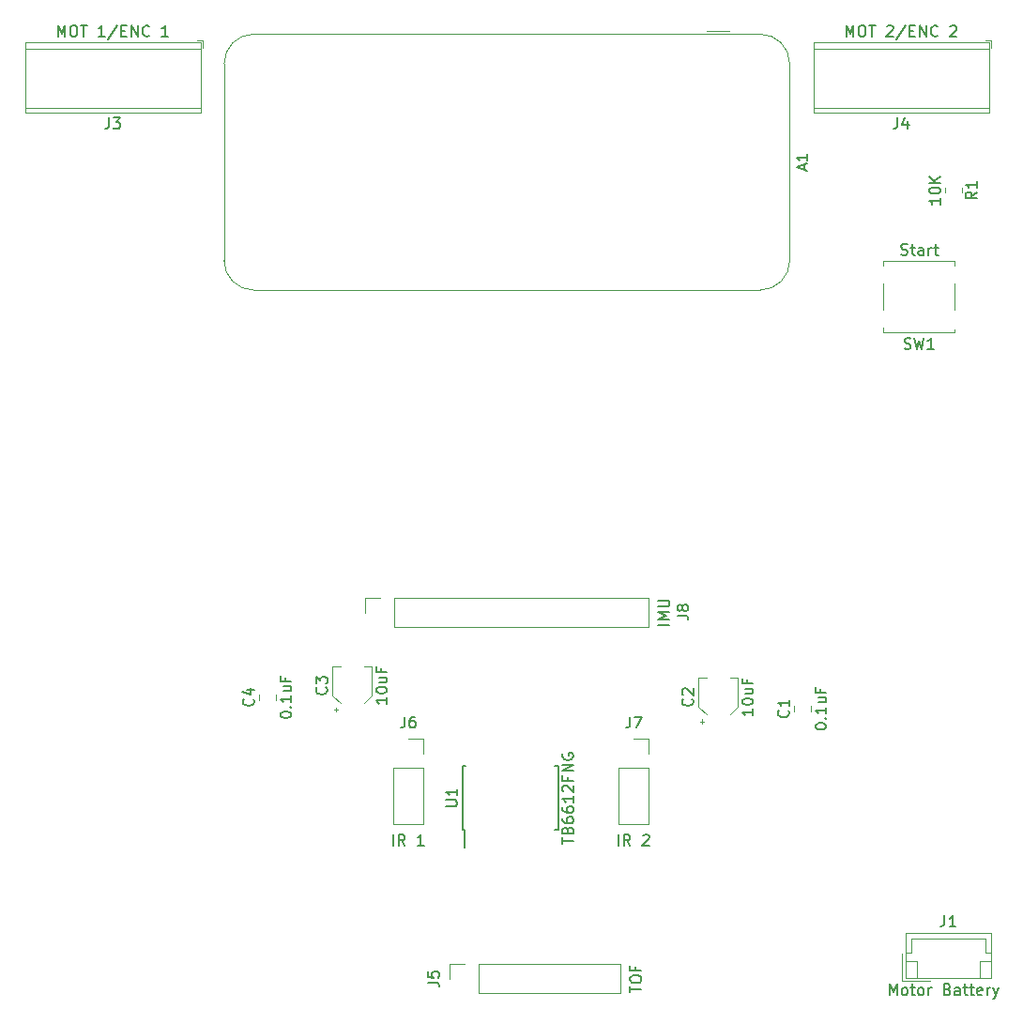
<source format=gbr>
%TF.GenerationSoftware,KiCad,Pcbnew,7.0.7*%
%TF.CreationDate,2023-11-09T14:18:26-08:00*%
%TF.ProjectId,Micro_Mouse,4d696372-6f5f-44d6-9f75-73652e6b6963,rev?*%
%TF.SameCoordinates,Original*%
%TF.FileFunction,Legend,Top*%
%TF.FilePolarity,Positive*%
%FSLAX46Y46*%
G04 Gerber Fmt 4.6, Leading zero omitted, Abs format (unit mm)*
G04 Created by KiCad (PCBNEW 7.0.7) date 2023-11-09 14:18:26*
%MOMM*%
%LPD*%
G01*
G04 APERTURE LIST*
%ADD10C,0.150000*%
%ADD11C,0.120000*%
G04 APERTURE END LIST*
D10*
X188896666Y-59494819D02*
X188896666Y-60209104D01*
X188896666Y-60209104D02*
X188849047Y-60351961D01*
X188849047Y-60351961D02*
X188753809Y-60447200D01*
X188753809Y-60447200D02*
X188610952Y-60494819D01*
X188610952Y-60494819D02*
X188515714Y-60494819D01*
X189801428Y-59828152D02*
X189801428Y-60494819D01*
X189563333Y-59447200D02*
X189325238Y-60161485D01*
X189325238Y-60161485D02*
X189944285Y-60161485D01*
X184277619Y-52174819D02*
X184277619Y-51174819D01*
X184277619Y-51174819D02*
X184610952Y-51889104D01*
X184610952Y-51889104D02*
X184944285Y-51174819D01*
X184944285Y-51174819D02*
X184944285Y-52174819D01*
X185610952Y-51174819D02*
X185801428Y-51174819D01*
X185801428Y-51174819D02*
X185896666Y-51222438D01*
X185896666Y-51222438D02*
X185991904Y-51317676D01*
X185991904Y-51317676D02*
X186039523Y-51508152D01*
X186039523Y-51508152D02*
X186039523Y-51841485D01*
X186039523Y-51841485D02*
X185991904Y-52031961D01*
X185991904Y-52031961D02*
X185896666Y-52127200D01*
X185896666Y-52127200D02*
X185801428Y-52174819D01*
X185801428Y-52174819D02*
X185610952Y-52174819D01*
X185610952Y-52174819D02*
X185515714Y-52127200D01*
X185515714Y-52127200D02*
X185420476Y-52031961D01*
X185420476Y-52031961D02*
X185372857Y-51841485D01*
X185372857Y-51841485D02*
X185372857Y-51508152D01*
X185372857Y-51508152D02*
X185420476Y-51317676D01*
X185420476Y-51317676D02*
X185515714Y-51222438D01*
X185515714Y-51222438D02*
X185610952Y-51174819D01*
X186325238Y-51174819D02*
X186896666Y-51174819D01*
X186610952Y-52174819D02*
X186610952Y-51174819D01*
X187944286Y-51270057D02*
X187991905Y-51222438D01*
X187991905Y-51222438D02*
X188087143Y-51174819D01*
X188087143Y-51174819D02*
X188325238Y-51174819D01*
X188325238Y-51174819D02*
X188420476Y-51222438D01*
X188420476Y-51222438D02*
X188468095Y-51270057D01*
X188468095Y-51270057D02*
X188515714Y-51365295D01*
X188515714Y-51365295D02*
X188515714Y-51460533D01*
X188515714Y-51460533D02*
X188468095Y-51603390D01*
X188468095Y-51603390D02*
X187896667Y-52174819D01*
X187896667Y-52174819D02*
X188515714Y-52174819D01*
X189658571Y-51127200D02*
X188801429Y-52412914D01*
X189991905Y-51651009D02*
X190325238Y-51651009D01*
X190468095Y-52174819D02*
X189991905Y-52174819D01*
X189991905Y-52174819D02*
X189991905Y-51174819D01*
X189991905Y-51174819D02*
X190468095Y-51174819D01*
X190896667Y-52174819D02*
X190896667Y-51174819D01*
X190896667Y-51174819D02*
X191468095Y-52174819D01*
X191468095Y-52174819D02*
X191468095Y-51174819D01*
X192515714Y-52079580D02*
X192468095Y-52127200D01*
X192468095Y-52127200D02*
X192325238Y-52174819D01*
X192325238Y-52174819D02*
X192230000Y-52174819D01*
X192230000Y-52174819D02*
X192087143Y-52127200D01*
X192087143Y-52127200D02*
X191991905Y-52031961D01*
X191991905Y-52031961D02*
X191944286Y-51936723D01*
X191944286Y-51936723D02*
X191896667Y-51746247D01*
X191896667Y-51746247D02*
X191896667Y-51603390D01*
X191896667Y-51603390D02*
X191944286Y-51412914D01*
X191944286Y-51412914D02*
X191991905Y-51317676D01*
X191991905Y-51317676D02*
X192087143Y-51222438D01*
X192087143Y-51222438D02*
X192230000Y-51174819D01*
X192230000Y-51174819D02*
X192325238Y-51174819D01*
X192325238Y-51174819D02*
X192468095Y-51222438D01*
X192468095Y-51222438D02*
X192515714Y-51270057D01*
X193658572Y-51270057D02*
X193706191Y-51222438D01*
X193706191Y-51222438D02*
X193801429Y-51174819D01*
X193801429Y-51174819D02*
X194039524Y-51174819D01*
X194039524Y-51174819D02*
X194134762Y-51222438D01*
X194134762Y-51222438D02*
X194182381Y-51270057D01*
X194182381Y-51270057D02*
X194230000Y-51365295D01*
X194230000Y-51365295D02*
X194230000Y-51460533D01*
X194230000Y-51460533D02*
X194182381Y-51603390D01*
X194182381Y-51603390D02*
X193610953Y-52174819D01*
X193610953Y-52174819D02*
X194230000Y-52174819D01*
X180509104Y-64214285D02*
X180509104Y-63738095D01*
X180794819Y-64309523D02*
X179794819Y-63976190D01*
X179794819Y-63976190D02*
X180794819Y-63642857D01*
X180794819Y-62785714D02*
X180794819Y-63357142D01*
X180794819Y-63071428D02*
X179794819Y-63071428D01*
X179794819Y-63071428D02*
X179937676Y-63166666D01*
X179937676Y-63166666D02*
X180032914Y-63261904D01*
X180032914Y-63261904D02*
X180080533Y-63357142D01*
X144446666Y-113524819D02*
X144446666Y-114239104D01*
X144446666Y-114239104D02*
X144399047Y-114381961D01*
X144399047Y-114381961D02*
X144303809Y-114477200D01*
X144303809Y-114477200D02*
X144160952Y-114524819D01*
X144160952Y-114524819D02*
X144065714Y-114524819D01*
X145351428Y-113524819D02*
X145160952Y-113524819D01*
X145160952Y-113524819D02*
X145065714Y-113572438D01*
X145065714Y-113572438D02*
X145018095Y-113620057D01*
X145018095Y-113620057D02*
X144922857Y-113762914D01*
X144922857Y-113762914D02*
X144875238Y-113953390D01*
X144875238Y-113953390D02*
X144875238Y-114334342D01*
X144875238Y-114334342D02*
X144922857Y-114429580D01*
X144922857Y-114429580D02*
X144970476Y-114477200D01*
X144970476Y-114477200D02*
X145065714Y-114524819D01*
X145065714Y-114524819D02*
X145256190Y-114524819D01*
X145256190Y-114524819D02*
X145351428Y-114477200D01*
X145351428Y-114477200D02*
X145399047Y-114429580D01*
X145399047Y-114429580D02*
X145446666Y-114334342D01*
X145446666Y-114334342D02*
X145446666Y-114096247D01*
X145446666Y-114096247D02*
X145399047Y-114001009D01*
X145399047Y-114001009D02*
X145351428Y-113953390D01*
X145351428Y-113953390D02*
X145256190Y-113905771D01*
X145256190Y-113905771D02*
X145065714Y-113905771D01*
X145065714Y-113905771D02*
X144970476Y-113953390D01*
X144970476Y-113953390D02*
X144922857Y-114001009D01*
X144922857Y-114001009D02*
X144875238Y-114096247D01*
X143422857Y-125144819D02*
X143422857Y-124144819D01*
X144470475Y-125144819D02*
X144137142Y-124668628D01*
X143899047Y-125144819D02*
X143899047Y-124144819D01*
X143899047Y-124144819D02*
X144279999Y-124144819D01*
X144279999Y-124144819D02*
X144375237Y-124192438D01*
X144375237Y-124192438D02*
X144422856Y-124240057D01*
X144422856Y-124240057D02*
X144470475Y-124335295D01*
X144470475Y-124335295D02*
X144470475Y-124478152D01*
X144470475Y-124478152D02*
X144422856Y-124573390D01*
X144422856Y-124573390D02*
X144375237Y-124621009D01*
X144375237Y-124621009D02*
X144279999Y-124668628D01*
X144279999Y-124668628D02*
X143899047Y-124668628D01*
X146184761Y-125144819D02*
X145613333Y-125144819D01*
X145899047Y-125144819D02*
X145899047Y-124144819D01*
X145899047Y-124144819D02*
X145803809Y-124287676D01*
X145803809Y-124287676D02*
X145708571Y-124382914D01*
X145708571Y-124382914D02*
X145613333Y-124430533D01*
X130759580Y-111926666D02*
X130807200Y-111974285D01*
X130807200Y-111974285D02*
X130854819Y-112117142D01*
X130854819Y-112117142D02*
X130854819Y-112212380D01*
X130854819Y-112212380D02*
X130807200Y-112355237D01*
X130807200Y-112355237D02*
X130711961Y-112450475D01*
X130711961Y-112450475D02*
X130616723Y-112498094D01*
X130616723Y-112498094D02*
X130426247Y-112545713D01*
X130426247Y-112545713D02*
X130283390Y-112545713D01*
X130283390Y-112545713D02*
X130092914Y-112498094D01*
X130092914Y-112498094D02*
X129997676Y-112450475D01*
X129997676Y-112450475D02*
X129902438Y-112355237D01*
X129902438Y-112355237D02*
X129854819Y-112212380D01*
X129854819Y-112212380D02*
X129854819Y-112117142D01*
X129854819Y-112117142D02*
X129902438Y-111974285D01*
X129902438Y-111974285D02*
X129950057Y-111926666D01*
X130188152Y-111069523D02*
X130854819Y-111069523D01*
X129807200Y-111307618D02*
X130521485Y-111545713D01*
X130521485Y-111545713D02*
X130521485Y-110926666D01*
X133214819Y-113402856D02*
X133214819Y-113307618D01*
X133214819Y-113307618D02*
X133262438Y-113212380D01*
X133262438Y-113212380D02*
X133310057Y-113164761D01*
X133310057Y-113164761D02*
X133405295Y-113117142D01*
X133405295Y-113117142D02*
X133595771Y-113069523D01*
X133595771Y-113069523D02*
X133833866Y-113069523D01*
X133833866Y-113069523D02*
X134024342Y-113117142D01*
X134024342Y-113117142D02*
X134119580Y-113164761D01*
X134119580Y-113164761D02*
X134167200Y-113212380D01*
X134167200Y-113212380D02*
X134214819Y-113307618D01*
X134214819Y-113307618D02*
X134214819Y-113402856D01*
X134214819Y-113402856D02*
X134167200Y-113498094D01*
X134167200Y-113498094D02*
X134119580Y-113545713D01*
X134119580Y-113545713D02*
X134024342Y-113593332D01*
X134024342Y-113593332D02*
X133833866Y-113640951D01*
X133833866Y-113640951D02*
X133595771Y-113640951D01*
X133595771Y-113640951D02*
X133405295Y-113593332D01*
X133405295Y-113593332D02*
X133310057Y-113545713D01*
X133310057Y-113545713D02*
X133262438Y-113498094D01*
X133262438Y-113498094D02*
X133214819Y-113402856D01*
X134119580Y-112640951D02*
X134167200Y-112593332D01*
X134167200Y-112593332D02*
X134214819Y-112640951D01*
X134214819Y-112640951D02*
X134167200Y-112688570D01*
X134167200Y-112688570D02*
X134119580Y-112640951D01*
X134119580Y-112640951D02*
X134214819Y-112640951D01*
X134214819Y-111640952D02*
X134214819Y-112212380D01*
X134214819Y-111926666D02*
X133214819Y-111926666D01*
X133214819Y-111926666D02*
X133357676Y-112021904D01*
X133357676Y-112021904D02*
X133452914Y-112117142D01*
X133452914Y-112117142D02*
X133500533Y-112212380D01*
X133548152Y-110783809D02*
X134214819Y-110783809D01*
X133548152Y-111212380D02*
X134071961Y-111212380D01*
X134071961Y-111212380D02*
X134167200Y-111164761D01*
X134167200Y-111164761D02*
X134214819Y-111069523D01*
X134214819Y-111069523D02*
X134214819Y-110926666D01*
X134214819Y-110926666D02*
X134167200Y-110831428D01*
X134167200Y-110831428D02*
X134119580Y-110783809D01*
X133691009Y-109974285D02*
X133691009Y-110307618D01*
X134214819Y-110307618D02*
X133214819Y-110307618D01*
X133214819Y-110307618D02*
X133214819Y-109831428D01*
X117776666Y-59494819D02*
X117776666Y-60209104D01*
X117776666Y-60209104D02*
X117729047Y-60351961D01*
X117729047Y-60351961D02*
X117633809Y-60447200D01*
X117633809Y-60447200D02*
X117490952Y-60494819D01*
X117490952Y-60494819D02*
X117395714Y-60494819D01*
X118157619Y-59494819D02*
X118776666Y-59494819D01*
X118776666Y-59494819D02*
X118443333Y-59875771D01*
X118443333Y-59875771D02*
X118586190Y-59875771D01*
X118586190Y-59875771D02*
X118681428Y-59923390D01*
X118681428Y-59923390D02*
X118729047Y-59971009D01*
X118729047Y-59971009D02*
X118776666Y-60066247D01*
X118776666Y-60066247D02*
X118776666Y-60304342D01*
X118776666Y-60304342D02*
X118729047Y-60399580D01*
X118729047Y-60399580D02*
X118681428Y-60447200D01*
X118681428Y-60447200D02*
X118586190Y-60494819D01*
X118586190Y-60494819D02*
X118300476Y-60494819D01*
X118300476Y-60494819D02*
X118205238Y-60447200D01*
X118205238Y-60447200D02*
X118157619Y-60399580D01*
X113157619Y-52174819D02*
X113157619Y-51174819D01*
X113157619Y-51174819D02*
X113490952Y-51889104D01*
X113490952Y-51889104D02*
X113824285Y-51174819D01*
X113824285Y-51174819D02*
X113824285Y-52174819D01*
X114490952Y-51174819D02*
X114681428Y-51174819D01*
X114681428Y-51174819D02*
X114776666Y-51222438D01*
X114776666Y-51222438D02*
X114871904Y-51317676D01*
X114871904Y-51317676D02*
X114919523Y-51508152D01*
X114919523Y-51508152D02*
X114919523Y-51841485D01*
X114919523Y-51841485D02*
X114871904Y-52031961D01*
X114871904Y-52031961D02*
X114776666Y-52127200D01*
X114776666Y-52127200D02*
X114681428Y-52174819D01*
X114681428Y-52174819D02*
X114490952Y-52174819D01*
X114490952Y-52174819D02*
X114395714Y-52127200D01*
X114395714Y-52127200D02*
X114300476Y-52031961D01*
X114300476Y-52031961D02*
X114252857Y-51841485D01*
X114252857Y-51841485D02*
X114252857Y-51508152D01*
X114252857Y-51508152D02*
X114300476Y-51317676D01*
X114300476Y-51317676D02*
X114395714Y-51222438D01*
X114395714Y-51222438D02*
X114490952Y-51174819D01*
X115205238Y-51174819D02*
X115776666Y-51174819D01*
X115490952Y-52174819D02*
X115490952Y-51174819D01*
X117395714Y-52174819D02*
X116824286Y-52174819D01*
X117110000Y-52174819D02*
X117110000Y-51174819D01*
X117110000Y-51174819D02*
X117014762Y-51317676D01*
X117014762Y-51317676D02*
X116919524Y-51412914D01*
X116919524Y-51412914D02*
X116824286Y-51460533D01*
X118538571Y-51127200D02*
X117681429Y-52412914D01*
X118871905Y-51651009D02*
X119205238Y-51651009D01*
X119348095Y-52174819D02*
X118871905Y-52174819D01*
X118871905Y-52174819D02*
X118871905Y-51174819D01*
X118871905Y-51174819D02*
X119348095Y-51174819D01*
X119776667Y-52174819D02*
X119776667Y-51174819D01*
X119776667Y-51174819D02*
X120348095Y-52174819D01*
X120348095Y-52174819D02*
X120348095Y-51174819D01*
X121395714Y-52079580D02*
X121348095Y-52127200D01*
X121348095Y-52127200D02*
X121205238Y-52174819D01*
X121205238Y-52174819D02*
X121110000Y-52174819D01*
X121110000Y-52174819D02*
X120967143Y-52127200D01*
X120967143Y-52127200D02*
X120871905Y-52031961D01*
X120871905Y-52031961D02*
X120824286Y-51936723D01*
X120824286Y-51936723D02*
X120776667Y-51746247D01*
X120776667Y-51746247D02*
X120776667Y-51603390D01*
X120776667Y-51603390D02*
X120824286Y-51412914D01*
X120824286Y-51412914D02*
X120871905Y-51317676D01*
X120871905Y-51317676D02*
X120967143Y-51222438D01*
X120967143Y-51222438D02*
X121110000Y-51174819D01*
X121110000Y-51174819D02*
X121205238Y-51174819D01*
X121205238Y-51174819D02*
X121348095Y-51222438D01*
X121348095Y-51222438D02*
X121395714Y-51270057D01*
X123110000Y-52174819D02*
X122538572Y-52174819D01*
X122824286Y-52174819D02*
X122824286Y-51174819D01*
X122824286Y-51174819D02*
X122729048Y-51317676D01*
X122729048Y-51317676D02*
X122633810Y-51412914D01*
X122633810Y-51412914D02*
X122538572Y-51460533D01*
X170379580Y-111926666D02*
X170427200Y-111974285D01*
X170427200Y-111974285D02*
X170474819Y-112117142D01*
X170474819Y-112117142D02*
X170474819Y-112212380D01*
X170474819Y-112212380D02*
X170427200Y-112355237D01*
X170427200Y-112355237D02*
X170331961Y-112450475D01*
X170331961Y-112450475D02*
X170236723Y-112498094D01*
X170236723Y-112498094D02*
X170046247Y-112545713D01*
X170046247Y-112545713D02*
X169903390Y-112545713D01*
X169903390Y-112545713D02*
X169712914Y-112498094D01*
X169712914Y-112498094D02*
X169617676Y-112450475D01*
X169617676Y-112450475D02*
X169522438Y-112355237D01*
X169522438Y-112355237D02*
X169474819Y-112212380D01*
X169474819Y-112212380D02*
X169474819Y-112117142D01*
X169474819Y-112117142D02*
X169522438Y-111974285D01*
X169522438Y-111974285D02*
X169570057Y-111926666D01*
X169570057Y-111545713D02*
X169522438Y-111498094D01*
X169522438Y-111498094D02*
X169474819Y-111402856D01*
X169474819Y-111402856D02*
X169474819Y-111164761D01*
X169474819Y-111164761D02*
X169522438Y-111069523D01*
X169522438Y-111069523D02*
X169570057Y-111021904D01*
X169570057Y-111021904D02*
X169665295Y-110974285D01*
X169665295Y-110974285D02*
X169760533Y-110974285D01*
X169760533Y-110974285D02*
X169903390Y-111021904D01*
X169903390Y-111021904D02*
X170474819Y-111593332D01*
X170474819Y-111593332D02*
X170474819Y-110974285D01*
X175874819Y-112831428D02*
X175874819Y-113402856D01*
X175874819Y-113117142D02*
X174874819Y-113117142D01*
X174874819Y-113117142D02*
X175017676Y-113212380D01*
X175017676Y-113212380D02*
X175112914Y-113307618D01*
X175112914Y-113307618D02*
X175160533Y-113402856D01*
X174874819Y-112212380D02*
X174874819Y-112117142D01*
X174874819Y-112117142D02*
X174922438Y-112021904D01*
X174922438Y-112021904D02*
X174970057Y-111974285D01*
X174970057Y-111974285D02*
X175065295Y-111926666D01*
X175065295Y-111926666D02*
X175255771Y-111879047D01*
X175255771Y-111879047D02*
X175493866Y-111879047D01*
X175493866Y-111879047D02*
X175684342Y-111926666D01*
X175684342Y-111926666D02*
X175779580Y-111974285D01*
X175779580Y-111974285D02*
X175827200Y-112021904D01*
X175827200Y-112021904D02*
X175874819Y-112117142D01*
X175874819Y-112117142D02*
X175874819Y-112212380D01*
X175874819Y-112212380D02*
X175827200Y-112307618D01*
X175827200Y-112307618D02*
X175779580Y-112355237D01*
X175779580Y-112355237D02*
X175684342Y-112402856D01*
X175684342Y-112402856D02*
X175493866Y-112450475D01*
X175493866Y-112450475D02*
X175255771Y-112450475D01*
X175255771Y-112450475D02*
X175065295Y-112402856D01*
X175065295Y-112402856D02*
X174970057Y-112355237D01*
X174970057Y-112355237D02*
X174922438Y-112307618D01*
X174922438Y-112307618D02*
X174874819Y-112212380D01*
X175208152Y-111021904D02*
X175874819Y-111021904D01*
X175208152Y-111450475D02*
X175731961Y-111450475D01*
X175731961Y-111450475D02*
X175827200Y-111402856D01*
X175827200Y-111402856D02*
X175874819Y-111307618D01*
X175874819Y-111307618D02*
X175874819Y-111164761D01*
X175874819Y-111164761D02*
X175827200Y-111069523D01*
X175827200Y-111069523D02*
X175779580Y-111021904D01*
X175351009Y-110212380D02*
X175351009Y-110545713D01*
X175874819Y-110545713D02*
X174874819Y-110545713D01*
X174874819Y-110545713D02*
X174874819Y-110069523D01*
X189526667Y-80307200D02*
X189669524Y-80354819D01*
X189669524Y-80354819D02*
X189907619Y-80354819D01*
X189907619Y-80354819D02*
X190002857Y-80307200D01*
X190002857Y-80307200D02*
X190050476Y-80259580D01*
X190050476Y-80259580D02*
X190098095Y-80164342D01*
X190098095Y-80164342D02*
X190098095Y-80069104D01*
X190098095Y-80069104D02*
X190050476Y-79973866D01*
X190050476Y-79973866D02*
X190002857Y-79926247D01*
X190002857Y-79926247D02*
X189907619Y-79878628D01*
X189907619Y-79878628D02*
X189717143Y-79831009D01*
X189717143Y-79831009D02*
X189621905Y-79783390D01*
X189621905Y-79783390D02*
X189574286Y-79735771D01*
X189574286Y-79735771D02*
X189526667Y-79640533D01*
X189526667Y-79640533D02*
X189526667Y-79545295D01*
X189526667Y-79545295D02*
X189574286Y-79450057D01*
X189574286Y-79450057D02*
X189621905Y-79402438D01*
X189621905Y-79402438D02*
X189717143Y-79354819D01*
X189717143Y-79354819D02*
X189955238Y-79354819D01*
X189955238Y-79354819D02*
X190098095Y-79402438D01*
X190431429Y-79354819D02*
X190669524Y-80354819D01*
X190669524Y-80354819D02*
X190860000Y-79640533D01*
X190860000Y-79640533D02*
X191050476Y-80354819D01*
X191050476Y-80354819D02*
X191288572Y-79354819D01*
X192193333Y-80354819D02*
X191621905Y-80354819D01*
X191907619Y-80354819D02*
X191907619Y-79354819D01*
X191907619Y-79354819D02*
X191812381Y-79497676D01*
X191812381Y-79497676D02*
X191717143Y-79592914D01*
X191717143Y-79592914D02*
X191621905Y-79640533D01*
X189240952Y-71837200D02*
X189383809Y-71884819D01*
X189383809Y-71884819D02*
X189621904Y-71884819D01*
X189621904Y-71884819D02*
X189717142Y-71837200D01*
X189717142Y-71837200D02*
X189764761Y-71789580D01*
X189764761Y-71789580D02*
X189812380Y-71694342D01*
X189812380Y-71694342D02*
X189812380Y-71599104D01*
X189812380Y-71599104D02*
X189764761Y-71503866D01*
X189764761Y-71503866D02*
X189717142Y-71456247D01*
X189717142Y-71456247D02*
X189621904Y-71408628D01*
X189621904Y-71408628D02*
X189431428Y-71361009D01*
X189431428Y-71361009D02*
X189336190Y-71313390D01*
X189336190Y-71313390D02*
X189288571Y-71265771D01*
X189288571Y-71265771D02*
X189240952Y-71170533D01*
X189240952Y-71170533D02*
X189240952Y-71075295D01*
X189240952Y-71075295D02*
X189288571Y-70980057D01*
X189288571Y-70980057D02*
X189336190Y-70932438D01*
X189336190Y-70932438D02*
X189431428Y-70884819D01*
X189431428Y-70884819D02*
X189669523Y-70884819D01*
X189669523Y-70884819D02*
X189812380Y-70932438D01*
X190098095Y-71218152D02*
X190479047Y-71218152D01*
X190240952Y-70884819D02*
X190240952Y-71741961D01*
X190240952Y-71741961D02*
X190288571Y-71837200D01*
X190288571Y-71837200D02*
X190383809Y-71884819D01*
X190383809Y-71884819D02*
X190479047Y-71884819D01*
X191240952Y-71884819D02*
X191240952Y-71361009D01*
X191240952Y-71361009D02*
X191193333Y-71265771D01*
X191193333Y-71265771D02*
X191098095Y-71218152D01*
X191098095Y-71218152D02*
X190907619Y-71218152D01*
X190907619Y-71218152D02*
X190812381Y-71265771D01*
X191240952Y-71837200D02*
X191145714Y-71884819D01*
X191145714Y-71884819D02*
X190907619Y-71884819D01*
X190907619Y-71884819D02*
X190812381Y-71837200D01*
X190812381Y-71837200D02*
X190764762Y-71741961D01*
X190764762Y-71741961D02*
X190764762Y-71646723D01*
X190764762Y-71646723D02*
X190812381Y-71551485D01*
X190812381Y-71551485D02*
X190907619Y-71503866D01*
X190907619Y-71503866D02*
X191145714Y-71503866D01*
X191145714Y-71503866D02*
X191240952Y-71456247D01*
X191717143Y-71884819D02*
X191717143Y-71218152D01*
X191717143Y-71408628D02*
X191764762Y-71313390D01*
X191764762Y-71313390D02*
X191812381Y-71265771D01*
X191812381Y-71265771D02*
X191907619Y-71218152D01*
X191907619Y-71218152D02*
X192002857Y-71218152D01*
X192193334Y-71218152D02*
X192574286Y-71218152D01*
X192336191Y-70884819D02*
X192336191Y-71741961D01*
X192336191Y-71741961D02*
X192383810Y-71837200D01*
X192383810Y-71837200D02*
X192479048Y-71884819D01*
X192479048Y-71884819D02*
X192574286Y-71884819D01*
X164766666Y-113524819D02*
X164766666Y-114239104D01*
X164766666Y-114239104D02*
X164719047Y-114381961D01*
X164719047Y-114381961D02*
X164623809Y-114477200D01*
X164623809Y-114477200D02*
X164480952Y-114524819D01*
X164480952Y-114524819D02*
X164385714Y-114524819D01*
X165147619Y-113524819D02*
X165814285Y-113524819D01*
X165814285Y-113524819D02*
X165385714Y-114524819D01*
X163742857Y-125144819D02*
X163742857Y-124144819D01*
X164790475Y-125144819D02*
X164457142Y-124668628D01*
X164219047Y-125144819D02*
X164219047Y-124144819D01*
X164219047Y-124144819D02*
X164599999Y-124144819D01*
X164599999Y-124144819D02*
X164695237Y-124192438D01*
X164695237Y-124192438D02*
X164742856Y-124240057D01*
X164742856Y-124240057D02*
X164790475Y-124335295D01*
X164790475Y-124335295D02*
X164790475Y-124478152D01*
X164790475Y-124478152D02*
X164742856Y-124573390D01*
X164742856Y-124573390D02*
X164695237Y-124621009D01*
X164695237Y-124621009D02*
X164599999Y-124668628D01*
X164599999Y-124668628D02*
X164219047Y-124668628D01*
X165933333Y-124240057D02*
X165980952Y-124192438D01*
X165980952Y-124192438D02*
X166076190Y-124144819D01*
X166076190Y-124144819D02*
X166314285Y-124144819D01*
X166314285Y-124144819D02*
X166409523Y-124192438D01*
X166409523Y-124192438D02*
X166457142Y-124240057D01*
X166457142Y-124240057D02*
X166504761Y-124335295D01*
X166504761Y-124335295D02*
X166504761Y-124430533D01*
X166504761Y-124430533D02*
X166457142Y-124573390D01*
X166457142Y-124573390D02*
X165885714Y-125144819D01*
X165885714Y-125144819D02*
X166504761Y-125144819D01*
X146544819Y-137493333D02*
X147259104Y-137493333D01*
X147259104Y-137493333D02*
X147401961Y-137540952D01*
X147401961Y-137540952D02*
X147497200Y-137636190D01*
X147497200Y-137636190D02*
X147544819Y-137779047D01*
X147544819Y-137779047D02*
X147544819Y-137874285D01*
X146544819Y-136540952D02*
X146544819Y-137017142D01*
X146544819Y-137017142D02*
X147021009Y-137064761D01*
X147021009Y-137064761D02*
X146973390Y-137017142D01*
X146973390Y-137017142D02*
X146925771Y-136921904D01*
X146925771Y-136921904D02*
X146925771Y-136683809D01*
X146925771Y-136683809D02*
X146973390Y-136588571D01*
X146973390Y-136588571D02*
X147021009Y-136540952D01*
X147021009Y-136540952D02*
X147116247Y-136493333D01*
X147116247Y-136493333D02*
X147354342Y-136493333D01*
X147354342Y-136493333D02*
X147449580Y-136540952D01*
X147449580Y-136540952D02*
X147497200Y-136588571D01*
X147497200Y-136588571D02*
X147544819Y-136683809D01*
X147544819Y-136683809D02*
X147544819Y-136921904D01*
X147544819Y-136921904D02*
X147497200Y-137017142D01*
X147497200Y-137017142D02*
X147449580Y-137064761D01*
X164784819Y-138398094D02*
X164784819Y-137826666D01*
X165784819Y-138112380D02*
X164784819Y-138112380D01*
X164784819Y-137302856D02*
X164784819Y-137112380D01*
X164784819Y-137112380D02*
X164832438Y-137017142D01*
X164832438Y-137017142D02*
X164927676Y-136921904D01*
X164927676Y-136921904D02*
X165118152Y-136874285D01*
X165118152Y-136874285D02*
X165451485Y-136874285D01*
X165451485Y-136874285D02*
X165641961Y-136921904D01*
X165641961Y-136921904D02*
X165737200Y-137017142D01*
X165737200Y-137017142D02*
X165784819Y-137112380D01*
X165784819Y-137112380D02*
X165784819Y-137302856D01*
X165784819Y-137302856D02*
X165737200Y-137398094D01*
X165737200Y-137398094D02*
X165641961Y-137493332D01*
X165641961Y-137493332D02*
X165451485Y-137540951D01*
X165451485Y-137540951D02*
X165118152Y-137540951D01*
X165118152Y-137540951D02*
X164927676Y-137493332D01*
X164927676Y-137493332D02*
X164832438Y-137398094D01*
X164832438Y-137398094D02*
X164784819Y-137302856D01*
X165261009Y-136112380D02*
X165261009Y-136445713D01*
X165784819Y-136445713D02*
X164784819Y-136445713D01*
X164784819Y-136445713D02*
X164784819Y-135969523D01*
X193156988Y-131442157D02*
X193156988Y-132156442D01*
X193156988Y-132156442D02*
X193109369Y-132299299D01*
X193109369Y-132299299D02*
X193014131Y-132394538D01*
X193014131Y-132394538D02*
X192871274Y-132442157D01*
X192871274Y-132442157D02*
X192776036Y-132442157D01*
X194156988Y-132442157D02*
X193585560Y-132442157D01*
X193871274Y-132442157D02*
X193871274Y-131442157D01*
X193871274Y-131442157D02*
X193776036Y-131585014D01*
X193776036Y-131585014D02*
X193680798Y-131680252D01*
X193680798Y-131680252D02*
X193585560Y-131727871D01*
X188182856Y-138642157D02*
X188182856Y-137642157D01*
X188182856Y-137642157D02*
X188516189Y-138356442D01*
X188516189Y-138356442D02*
X188849522Y-137642157D01*
X188849522Y-137642157D02*
X188849522Y-138642157D01*
X189468570Y-138642157D02*
X189373332Y-138594538D01*
X189373332Y-138594538D02*
X189325713Y-138546918D01*
X189325713Y-138546918D02*
X189278094Y-138451680D01*
X189278094Y-138451680D02*
X189278094Y-138165966D01*
X189278094Y-138165966D02*
X189325713Y-138070728D01*
X189325713Y-138070728D02*
X189373332Y-138023109D01*
X189373332Y-138023109D02*
X189468570Y-137975490D01*
X189468570Y-137975490D02*
X189611427Y-137975490D01*
X189611427Y-137975490D02*
X189706665Y-138023109D01*
X189706665Y-138023109D02*
X189754284Y-138070728D01*
X189754284Y-138070728D02*
X189801903Y-138165966D01*
X189801903Y-138165966D02*
X189801903Y-138451680D01*
X189801903Y-138451680D02*
X189754284Y-138546918D01*
X189754284Y-138546918D02*
X189706665Y-138594538D01*
X189706665Y-138594538D02*
X189611427Y-138642157D01*
X189611427Y-138642157D02*
X189468570Y-138642157D01*
X190087618Y-137975490D02*
X190468570Y-137975490D01*
X190230475Y-137642157D02*
X190230475Y-138499299D01*
X190230475Y-138499299D02*
X190278094Y-138594538D01*
X190278094Y-138594538D02*
X190373332Y-138642157D01*
X190373332Y-138642157D02*
X190468570Y-138642157D01*
X190944761Y-138642157D02*
X190849523Y-138594538D01*
X190849523Y-138594538D02*
X190801904Y-138546918D01*
X190801904Y-138546918D02*
X190754285Y-138451680D01*
X190754285Y-138451680D02*
X190754285Y-138165966D01*
X190754285Y-138165966D02*
X190801904Y-138070728D01*
X190801904Y-138070728D02*
X190849523Y-138023109D01*
X190849523Y-138023109D02*
X190944761Y-137975490D01*
X190944761Y-137975490D02*
X191087618Y-137975490D01*
X191087618Y-137975490D02*
X191182856Y-138023109D01*
X191182856Y-138023109D02*
X191230475Y-138070728D01*
X191230475Y-138070728D02*
X191278094Y-138165966D01*
X191278094Y-138165966D02*
X191278094Y-138451680D01*
X191278094Y-138451680D02*
X191230475Y-138546918D01*
X191230475Y-138546918D02*
X191182856Y-138594538D01*
X191182856Y-138594538D02*
X191087618Y-138642157D01*
X191087618Y-138642157D02*
X190944761Y-138642157D01*
X191706666Y-138642157D02*
X191706666Y-137975490D01*
X191706666Y-138165966D02*
X191754285Y-138070728D01*
X191754285Y-138070728D02*
X191801904Y-138023109D01*
X191801904Y-138023109D02*
X191897142Y-137975490D01*
X191897142Y-137975490D02*
X191992380Y-137975490D01*
X193420952Y-138118347D02*
X193563809Y-138165966D01*
X193563809Y-138165966D02*
X193611428Y-138213585D01*
X193611428Y-138213585D02*
X193659047Y-138308823D01*
X193659047Y-138308823D02*
X193659047Y-138451680D01*
X193659047Y-138451680D02*
X193611428Y-138546918D01*
X193611428Y-138546918D02*
X193563809Y-138594538D01*
X193563809Y-138594538D02*
X193468571Y-138642157D01*
X193468571Y-138642157D02*
X193087619Y-138642157D01*
X193087619Y-138642157D02*
X193087619Y-137642157D01*
X193087619Y-137642157D02*
X193420952Y-137642157D01*
X193420952Y-137642157D02*
X193516190Y-137689776D01*
X193516190Y-137689776D02*
X193563809Y-137737395D01*
X193563809Y-137737395D02*
X193611428Y-137832633D01*
X193611428Y-137832633D02*
X193611428Y-137927871D01*
X193611428Y-137927871D02*
X193563809Y-138023109D01*
X193563809Y-138023109D02*
X193516190Y-138070728D01*
X193516190Y-138070728D02*
X193420952Y-138118347D01*
X193420952Y-138118347D02*
X193087619Y-138118347D01*
X194516190Y-138642157D02*
X194516190Y-138118347D01*
X194516190Y-138118347D02*
X194468571Y-138023109D01*
X194468571Y-138023109D02*
X194373333Y-137975490D01*
X194373333Y-137975490D02*
X194182857Y-137975490D01*
X194182857Y-137975490D02*
X194087619Y-138023109D01*
X194516190Y-138594538D02*
X194420952Y-138642157D01*
X194420952Y-138642157D02*
X194182857Y-138642157D01*
X194182857Y-138642157D02*
X194087619Y-138594538D01*
X194087619Y-138594538D02*
X194040000Y-138499299D01*
X194040000Y-138499299D02*
X194040000Y-138404061D01*
X194040000Y-138404061D02*
X194087619Y-138308823D01*
X194087619Y-138308823D02*
X194182857Y-138261204D01*
X194182857Y-138261204D02*
X194420952Y-138261204D01*
X194420952Y-138261204D02*
X194516190Y-138213585D01*
X194849524Y-137975490D02*
X195230476Y-137975490D01*
X194992381Y-137642157D02*
X194992381Y-138499299D01*
X194992381Y-138499299D02*
X195040000Y-138594538D01*
X195040000Y-138594538D02*
X195135238Y-138642157D01*
X195135238Y-138642157D02*
X195230476Y-138642157D01*
X195420953Y-137975490D02*
X195801905Y-137975490D01*
X195563810Y-137642157D02*
X195563810Y-138499299D01*
X195563810Y-138499299D02*
X195611429Y-138594538D01*
X195611429Y-138594538D02*
X195706667Y-138642157D01*
X195706667Y-138642157D02*
X195801905Y-138642157D01*
X196516191Y-138594538D02*
X196420953Y-138642157D01*
X196420953Y-138642157D02*
X196230477Y-138642157D01*
X196230477Y-138642157D02*
X196135239Y-138594538D01*
X196135239Y-138594538D02*
X196087620Y-138499299D01*
X196087620Y-138499299D02*
X196087620Y-138118347D01*
X196087620Y-138118347D02*
X196135239Y-138023109D01*
X196135239Y-138023109D02*
X196230477Y-137975490D01*
X196230477Y-137975490D02*
X196420953Y-137975490D01*
X196420953Y-137975490D02*
X196516191Y-138023109D01*
X196516191Y-138023109D02*
X196563810Y-138118347D01*
X196563810Y-138118347D02*
X196563810Y-138213585D01*
X196563810Y-138213585D02*
X196087620Y-138308823D01*
X196992382Y-138642157D02*
X196992382Y-137975490D01*
X196992382Y-138165966D02*
X197040001Y-138070728D01*
X197040001Y-138070728D02*
X197087620Y-138023109D01*
X197087620Y-138023109D02*
X197182858Y-137975490D01*
X197182858Y-137975490D02*
X197278096Y-137975490D01*
X197516192Y-137975490D02*
X197754287Y-138642157D01*
X197992382Y-137975490D02*
X197754287Y-138642157D01*
X197754287Y-138642157D02*
X197659049Y-138880252D01*
X197659049Y-138880252D02*
X197611430Y-138927871D01*
X197611430Y-138927871D02*
X197516192Y-138975490D01*
X148169819Y-121621904D02*
X148979342Y-121621904D01*
X148979342Y-121621904D02*
X149074580Y-121574285D01*
X149074580Y-121574285D02*
X149122200Y-121526666D01*
X149122200Y-121526666D02*
X149169819Y-121431428D01*
X149169819Y-121431428D02*
X149169819Y-121240952D01*
X149169819Y-121240952D02*
X149122200Y-121145714D01*
X149122200Y-121145714D02*
X149074580Y-121098095D01*
X149074580Y-121098095D02*
X148979342Y-121050476D01*
X148979342Y-121050476D02*
X148169819Y-121050476D01*
X149169819Y-120050476D02*
X149169819Y-120621904D01*
X149169819Y-120336190D02*
X148169819Y-120336190D01*
X148169819Y-120336190D02*
X148312676Y-120431428D01*
X148312676Y-120431428D02*
X148407914Y-120526666D01*
X148407914Y-120526666D02*
X148455533Y-120621904D01*
X158669819Y-125002856D02*
X158669819Y-124431428D01*
X159669819Y-124717142D02*
X158669819Y-124717142D01*
X159146009Y-123764761D02*
X159193628Y-123621904D01*
X159193628Y-123621904D02*
X159241247Y-123574285D01*
X159241247Y-123574285D02*
X159336485Y-123526666D01*
X159336485Y-123526666D02*
X159479342Y-123526666D01*
X159479342Y-123526666D02*
X159574580Y-123574285D01*
X159574580Y-123574285D02*
X159622200Y-123621904D01*
X159622200Y-123621904D02*
X159669819Y-123717142D01*
X159669819Y-123717142D02*
X159669819Y-124098094D01*
X159669819Y-124098094D02*
X158669819Y-124098094D01*
X158669819Y-124098094D02*
X158669819Y-123764761D01*
X158669819Y-123764761D02*
X158717438Y-123669523D01*
X158717438Y-123669523D02*
X158765057Y-123621904D01*
X158765057Y-123621904D02*
X158860295Y-123574285D01*
X158860295Y-123574285D02*
X158955533Y-123574285D01*
X158955533Y-123574285D02*
X159050771Y-123621904D01*
X159050771Y-123621904D02*
X159098390Y-123669523D01*
X159098390Y-123669523D02*
X159146009Y-123764761D01*
X159146009Y-123764761D02*
X159146009Y-124098094D01*
X158669819Y-122669523D02*
X158669819Y-122859999D01*
X158669819Y-122859999D02*
X158717438Y-122955237D01*
X158717438Y-122955237D02*
X158765057Y-123002856D01*
X158765057Y-123002856D02*
X158907914Y-123098094D01*
X158907914Y-123098094D02*
X159098390Y-123145713D01*
X159098390Y-123145713D02*
X159479342Y-123145713D01*
X159479342Y-123145713D02*
X159574580Y-123098094D01*
X159574580Y-123098094D02*
X159622200Y-123050475D01*
X159622200Y-123050475D02*
X159669819Y-122955237D01*
X159669819Y-122955237D02*
X159669819Y-122764761D01*
X159669819Y-122764761D02*
X159622200Y-122669523D01*
X159622200Y-122669523D02*
X159574580Y-122621904D01*
X159574580Y-122621904D02*
X159479342Y-122574285D01*
X159479342Y-122574285D02*
X159241247Y-122574285D01*
X159241247Y-122574285D02*
X159146009Y-122621904D01*
X159146009Y-122621904D02*
X159098390Y-122669523D01*
X159098390Y-122669523D02*
X159050771Y-122764761D01*
X159050771Y-122764761D02*
X159050771Y-122955237D01*
X159050771Y-122955237D02*
X159098390Y-123050475D01*
X159098390Y-123050475D02*
X159146009Y-123098094D01*
X159146009Y-123098094D02*
X159241247Y-123145713D01*
X158669819Y-121717142D02*
X158669819Y-121907618D01*
X158669819Y-121907618D02*
X158717438Y-122002856D01*
X158717438Y-122002856D02*
X158765057Y-122050475D01*
X158765057Y-122050475D02*
X158907914Y-122145713D01*
X158907914Y-122145713D02*
X159098390Y-122193332D01*
X159098390Y-122193332D02*
X159479342Y-122193332D01*
X159479342Y-122193332D02*
X159574580Y-122145713D01*
X159574580Y-122145713D02*
X159622200Y-122098094D01*
X159622200Y-122098094D02*
X159669819Y-122002856D01*
X159669819Y-122002856D02*
X159669819Y-121812380D01*
X159669819Y-121812380D02*
X159622200Y-121717142D01*
X159622200Y-121717142D02*
X159574580Y-121669523D01*
X159574580Y-121669523D02*
X159479342Y-121621904D01*
X159479342Y-121621904D02*
X159241247Y-121621904D01*
X159241247Y-121621904D02*
X159146009Y-121669523D01*
X159146009Y-121669523D02*
X159098390Y-121717142D01*
X159098390Y-121717142D02*
X159050771Y-121812380D01*
X159050771Y-121812380D02*
X159050771Y-122002856D01*
X159050771Y-122002856D02*
X159098390Y-122098094D01*
X159098390Y-122098094D02*
X159146009Y-122145713D01*
X159146009Y-122145713D02*
X159241247Y-122193332D01*
X159669819Y-120669523D02*
X159669819Y-121240951D01*
X159669819Y-120955237D02*
X158669819Y-120955237D01*
X158669819Y-120955237D02*
X158812676Y-121050475D01*
X158812676Y-121050475D02*
X158907914Y-121145713D01*
X158907914Y-121145713D02*
X158955533Y-121240951D01*
X158765057Y-120288570D02*
X158717438Y-120240951D01*
X158717438Y-120240951D02*
X158669819Y-120145713D01*
X158669819Y-120145713D02*
X158669819Y-119907618D01*
X158669819Y-119907618D02*
X158717438Y-119812380D01*
X158717438Y-119812380D02*
X158765057Y-119764761D01*
X158765057Y-119764761D02*
X158860295Y-119717142D01*
X158860295Y-119717142D02*
X158955533Y-119717142D01*
X158955533Y-119717142D02*
X159098390Y-119764761D01*
X159098390Y-119764761D02*
X159669819Y-120336189D01*
X159669819Y-120336189D02*
X159669819Y-119717142D01*
X159146009Y-118955237D02*
X159146009Y-119288570D01*
X159669819Y-119288570D02*
X158669819Y-119288570D01*
X158669819Y-119288570D02*
X158669819Y-118812380D01*
X159669819Y-118431427D02*
X158669819Y-118431427D01*
X158669819Y-118431427D02*
X159669819Y-117859999D01*
X159669819Y-117859999D02*
X158669819Y-117859999D01*
X158717438Y-116859999D02*
X158669819Y-116955237D01*
X158669819Y-116955237D02*
X158669819Y-117098094D01*
X158669819Y-117098094D02*
X158717438Y-117240951D01*
X158717438Y-117240951D02*
X158812676Y-117336189D01*
X158812676Y-117336189D02*
X158907914Y-117383808D01*
X158907914Y-117383808D02*
X159098390Y-117431427D01*
X159098390Y-117431427D02*
X159241247Y-117431427D01*
X159241247Y-117431427D02*
X159431723Y-117383808D01*
X159431723Y-117383808D02*
X159526961Y-117336189D01*
X159526961Y-117336189D02*
X159622200Y-117240951D01*
X159622200Y-117240951D02*
X159669819Y-117098094D01*
X159669819Y-117098094D02*
X159669819Y-117002856D01*
X159669819Y-117002856D02*
X159622200Y-116859999D01*
X159622200Y-116859999D02*
X159574580Y-116812380D01*
X159574580Y-116812380D02*
X159241247Y-116812380D01*
X159241247Y-116812380D02*
X159241247Y-117002856D01*
X137359580Y-110886666D02*
X137407200Y-110934285D01*
X137407200Y-110934285D02*
X137454819Y-111077142D01*
X137454819Y-111077142D02*
X137454819Y-111172380D01*
X137454819Y-111172380D02*
X137407200Y-111315237D01*
X137407200Y-111315237D02*
X137311961Y-111410475D01*
X137311961Y-111410475D02*
X137216723Y-111458094D01*
X137216723Y-111458094D02*
X137026247Y-111505713D01*
X137026247Y-111505713D02*
X136883390Y-111505713D01*
X136883390Y-111505713D02*
X136692914Y-111458094D01*
X136692914Y-111458094D02*
X136597676Y-111410475D01*
X136597676Y-111410475D02*
X136502438Y-111315237D01*
X136502438Y-111315237D02*
X136454819Y-111172380D01*
X136454819Y-111172380D02*
X136454819Y-111077142D01*
X136454819Y-111077142D02*
X136502438Y-110934285D01*
X136502438Y-110934285D02*
X136550057Y-110886666D01*
X136454819Y-110553332D02*
X136454819Y-109934285D01*
X136454819Y-109934285D02*
X136835771Y-110267618D01*
X136835771Y-110267618D02*
X136835771Y-110124761D01*
X136835771Y-110124761D02*
X136883390Y-110029523D01*
X136883390Y-110029523D02*
X136931009Y-109981904D01*
X136931009Y-109981904D02*
X137026247Y-109934285D01*
X137026247Y-109934285D02*
X137264342Y-109934285D01*
X137264342Y-109934285D02*
X137359580Y-109981904D01*
X137359580Y-109981904D02*
X137407200Y-110029523D01*
X137407200Y-110029523D02*
X137454819Y-110124761D01*
X137454819Y-110124761D02*
X137454819Y-110410475D01*
X137454819Y-110410475D02*
X137407200Y-110505713D01*
X137407200Y-110505713D02*
X137359580Y-110553332D01*
X142854819Y-111791428D02*
X142854819Y-112362856D01*
X142854819Y-112077142D02*
X141854819Y-112077142D01*
X141854819Y-112077142D02*
X141997676Y-112172380D01*
X141997676Y-112172380D02*
X142092914Y-112267618D01*
X142092914Y-112267618D02*
X142140533Y-112362856D01*
X141854819Y-111172380D02*
X141854819Y-111077142D01*
X141854819Y-111077142D02*
X141902438Y-110981904D01*
X141902438Y-110981904D02*
X141950057Y-110934285D01*
X141950057Y-110934285D02*
X142045295Y-110886666D01*
X142045295Y-110886666D02*
X142235771Y-110839047D01*
X142235771Y-110839047D02*
X142473866Y-110839047D01*
X142473866Y-110839047D02*
X142664342Y-110886666D01*
X142664342Y-110886666D02*
X142759580Y-110934285D01*
X142759580Y-110934285D02*
X142807200Y-110981904D01*
X142807200Y-110981904D02*
X142854819Y-111077142D01*
X142854819Y-111077142D02*
X142854819Y-111172380D01*
X142854819Y-111172380D02*
X142807200Y-111267618D01*
X142807200Y-111267618D02*
X142759580Y-111315237D01*
X142759580Y-111315237D02*
X142664342Y-111362856D01*
X142664342Y-111362856D02*
X142473866Y-111410475D01*
X142473866Y-111410475D02*
X142235771Y-111410475D01*
X142235771Y-111410475D02*
X142045295Y-111362856D01*
X142045295Y-111362856D02*
X141950057Y-111315237D01*
X141950057Y-111315237D02*
X141902438Y-111267618D01*
X141902438Y-111267618D02*
X141854819Y-111172380D01*
X142188152Y-109981904D02*
X142854819Y-109981904D01*
X142188152Y-110410475D02*
X142711961Y-110410475D01*
X142711961Y-110410475D02*
X142807200Y-110362856D01*
X142807200Y-110362856D02*
X142854819Y-110267618D01*
X142854819Y-110267618D02*
X142854819Y-110124761D01*
X142854819Y-110124761D02*
X142807200Y-110029523D01*
X142807200Y-110029523D02*
X142759580Y-109981904D01*
X142331009Y-109172380D02*
X142331009Y-109505713D01*
X142854819Y-109505713D02*
X141854819Y-109505713D01*
X141854819Y-109505713D02*
X141854819Y-109029523D01*
X196057319Y-66206666D02*
X195581128Y-66539999D01*
X196057319Y-66778094D02*
X195057319Y-66778094D01*
X195057319Y-66778094D02*
X195057319Y-66397142D01*
X195057319Y-66397142D02*
X195104938Y-66301904D01*
X195104938Y-66301904D02*
X195152557Y-66254285D01*
X195152557Y-66254285D02*
X195247795Y-66206666D01*
X195247795Y-66206666D02*
X195390652Y-66206666D01*
X195390652Y-66206666D02*
X195485890Y-66254285D01*
X195485890Y-66254285D02*
X195533509Y-66301904D01*
X195533509Y-66301904D02*
X195581128Y-66397142D01*
X195581128Y-66397142D02*
X195581128Y-66778094D01*
X196057319Y-65254285D02*
X196057319Y-65825713D01*
X196057319Y-65539999D02*
X195057319Y-65539999D01*
X195057319Y-65539999D02*
X195200176Y-65635237D01*
X195200176Y-65635237D02*
X195295414Y-65730475D01*
X195295414Y-65730475D02*
X195343033Y-65825713D01*
X192757319Y-66730476D02*
X192757319Y-67301904D01*
X192757319Y-67016190D02*
X191757319Y-67016190D01*
X191757319Y-67016190D02*
X191900176Y-67111428D01*
X191900176Y-67111428D02*
X191995414Y-67206666D01*
X191995414Y-67206666D02*
X192043033Y-67301904D01*
X191757319Y-66111428D02*
X191757319Y-66016190D01*
X191757319Y-66016190D02*
X191804938Y-65920952D01*
X191804938Y-65920952D02*
X191852557Y-65873333D01*
X191852557Y-65873333D02*
X191947795Y-65825714D01*
X191947795Y-65825714D02*
X192138271Y-65778095D01*
X192138271Y-65778095D02*
X192376366Y-65778095D01*
X192376366Y-65778095D02*
X192566842Y-65825714D01*
X192566842Y-65825714D02*
X192662080Y-65873333D01*
X192662080Y-65873333D02*
X192709700Y-65920952D01*
X192709700Y-65920952D02*
X192757319Y-66016190D01*
X192757319Y-66016190D02*
X192757319Y-66111428D01*
X192757319Y-66111428D02*
X192709700Y-66206666D01*
X192709700Y-66206666D02*
X192662080Y-66254285D01*
X192662080Y-66254285D02*
X192566842Y-66301904D01*
X192566842Y-66301904D02*
X192376366Y-66349523D01*
X192376366Y-66349523D02*
X192138271Y-66349523D01*
X192138271Y-66349523D02*
X191947795Y-66301904D01*
X191947795Y-66301904D02*
X191852557Y-66254285D01*
X191852557Y-66254285D02*
X191804938Y-66206666D01*
X191804938Y-66206666D02*
X191757319Y-66111428D01*
X192757319Y-65349523D02*
X191757319Y-65349523D01*
X192757319Y-64778095D02*
X192185890Y-65206666D01*
X191757319Y-64778095D02*
X192328747Y-65349523D01*
X169039497Y-104406397D02*
X169753782Y-104406397D01*
X169753782Y-104406397D02*
X169896639Y-104454016D01*
X169896639Y-104454016D02*
X169991878Y-104549254D01*
X169991878Y-104549254D02*
X170039497Y-104692111D01*
X170039497Y-104692111D02*
X170039497Y-104787349D01*
X169468068Y-103787349D02*
X169420449Y-103882587D01*
X169420449Y-103882587D02*
X169372830Y-103930206D01*
X169372830Y-103930206D02*
X169277592Y-103977825D01*
X169277592Y-103977825D02*
X169229973Y-103977825D01*
X169229973Y-103977825D02*
X169134735Y-103930206D01*
X169134735Y-103930206D02*
X169087116Y-103882587D01*
X169087116Y-103882587D02*
X169039497Y-103787349D01*
X169039497Y-103787349D02*
X169039497Y-103596873D01*
X169039497Y-103596873D02*
X169087116Y-103501635D01*
X169087116Y-103501635D02*
X169134735Y-103454016D01*
X169134735Y-103454016D02*
X169229973Y-103406397D01*
X169229973Y-103406397D02*
X169277592Y-103406397D01*
X169277592Y-103406397D02*
X169372830Y-103454016D01*
X169372830Y-103454016D02*
X169420449Y-103501635D01*
X169420449Y-103501635D02*
X169468068Y-103596873D01*
X169468068Y-103596873D02*
X169468068Y-103787349D01*
X169468068Y-103787349D02*
X169515687Y-103882587D01*
X169515687Y-103882587D02*
X169563306Y-103930206D01*
X169563306Y-103930206D02*
X169658544Y-103977825D01*
X169658544Y-103977825D02*
X169849020Y-103977825D01*
X169849020Y-103977825D02*
X169944258Y-103930206D01*
X169944258Y-103930206D02*
X169991878Y-103882587D01*
X169991878Y-103882587D02*
X170039497Y-103787349D01*
X170039497Y-103787349D02*
X170039497Y-103596873D01*
X170039497Y-103596873D02*
X169991878Y-103501635D01*
X169991878Y-103501635D02*
X169944258Y-103454016D01*
X169944258Y-103454016D02*
X169849020Y-103406397D01*
X169849020Y-103406397D02*
X169658544Y-103406397D01*
X169658544Y-103406397D02*
X169563306Y-103454016D01*
X169563306Y-103454016D02*
X169515687Y-103501635D01*
X169515687Y-103501635D02*
X169468068Y-103596873D01*
X168324819Y-105235237D02*
X167324819Y-105235237D01*
X168324819Y-104759047D02*
X167324819Y-104759047D01*
X167324819Y-104759047D02*
X168039104Y-104425714D01*
X168039104Y-104425714D02*
X167324819Y-104092381D01*
X167324819Y-104092381D02*
X168324819Y-104092381D01*
X167324819Y-103616190D02*
X168134342Y-103616190D01*
X168134342Y-103616190D02*
X168229580Y-103568571D01*
X168229580Y-103568571D02*
X168277200Y-103520952D01*
X168277200Y-103520952D02*
X168324819Y-103425714D01*
X168324819Y-103425714D02*
X168324819Y-103235238D01*
X168324819Y-103235238D02*
X168277200Y-103140000D01*
X168277200Y-103140000D02*
X168229580Y-103092381D01*
X168229580Y-103092381D02*
X168134342Y-103044762D01*
X168134342Y-103044762D02*
X167324819Y-103044762D01*
X179019580Y-112964166D02*
X179067200Y-113011785D01*
X179067200Y-113011785D02*
X179114819Y-113154642D01*
X179114819Y-113154642D02*
X179114819Y-113249880D01*
X179114819Y-113249880D02*
X179067200Y-113392737D01*
X179067200Y-113392737D02*
X178971961Y-113487975D01*
X178971961Y-113487975D02*
X178876723Y-113535594D01*
X178876723Y-113535594D02*
X178686247Y-113583213D01*
X178686247Y-113583213D02*
X178543390Y-113583213D01*
X178543390Y-113583213D02*
X178352914Y-113535594D01*
X178352914Y-113535594D02*
X178257676Y-113487975D01*
X178257676Y-113487975D02*
X178162438Y-113392737D01*
X178162438Y-113392737D02*
X178114819Y-113249880D01*
X178114819Y-113249880D02*
X178114819Y-113154642D01*
X178114819Y-113154642D02*
X178162438Y-113011785D01*
X178162438Y-113011785D02*
X178210057Y-112964166D01*
X179114819Y-112011785D02*
X179114819Y-112583213D01*
X179114819Y-112297499D02*
X178114819Y-112297499D01*
X178114819Y-112297499D02*
X178257676Y-112392737D01*
X178257676Y-112392737D02*
X178352914Y-112487975D01*
X178352914Y-112487975D02*
X178400533Y-112583213D01*
X181474819Y-114440356D02*
X181474819Y-114345118D01*
X181474819Y-114345118D02*
X181522438Y-114249880D01*
X181522438Y-114249880D02*
X181570057Y-114202261D01*
X181570057Y-114202261D02*
X181665295Y-114154642D01*
X181665295Y-114154642D02*
X181855771Y-114107023D01*
X181855771Y-114107023D02*
X182093866Y-114107023D01*
X182093866Y-114107023D02*
X182284342Y-114154642D01*
X182284342Y-114154642D02*
X182379580Y-114202261D01*
X182379580Y-114202261D02*
X182427200Y-114249880D01*
X182427200Y-114249880D02*
X182474819Y-114345118D01*
X182474819Y-114345118D02*
X182474819Y-114440356D01*
X182474819Y-114440356D02*
X182427200Y-114535594D01*
X182427200Y-114535594D02*
X182379580Y-114583213D01*
X182379580Y-114583213D02*
X182284342Y-114630832D01*
X182284342Y-114630832D02*
X182093866Y-114678451D01*
X182093866Y-114678451D02*
X181855771Y-114678451D01*
X181855771Y-114678451D02*
X181665295Y-114630832D01*
X181665295Y-114630832D02*
X181570057Y-114583213D01*
X181570057Y-114583213D02*
X181522438Y-114535594D01*
X181522438Y-114535594D02*
X181474819Y-114440356D01*
X182379580Y-113678451D02*
X182427200Y-113630832D01*
X182427200Y-113630832D02*
X182474819Y-113678451D01*
X182474819Y-113678451D02*
X182427200Y-113726070D01*
X182427200Y-113726070D02*
X182379580Y-113678451D01*
X182379580Y-113678451D02*
X182474819Y-113678451D01*
X182474819Y-112678452D02*
X182474819Y-113249880D01*
X182474819Y-112964166D02*
X181474819Y-112964166D01*
X181474819Y-112964166D02*
X181617676Y-113059404D01*
X181617676Y-113059404D02*
X181712914Y-113154642D01*
X181712914Y-113154642D02*
X181760533Y-113249880D01*
X181808152Y-111821309D02*
X182474819Y-111821309D01*
X181808152Y-112249880D02*
X182331961Y-112249880D01*
X182331961Y-112249880D02*
X182427200Y-112202261D01*
X182427200Y-112202261D02*
X182474819Y-112107023D01*
X182474819Y-112107023D02*
X182474819Y-111964166D01*
X182474819Y-111964166D02*
X182427200Y-111868928D01*
X182427200Y-111868928D02*
X182379580Y-111821309D01*
X181951009Y-111011785D02*
X181951009Y-111345118D01*
X182474819Y-111345118D02*
X181474819Y-111345118D01*
X181474819Y-111345118D02*
X181474819Y-110868928D01*
D11*
%TO.C,J4*%
X197380000Y-53220000D02*
X197380000Y-52480000D01*
X197380000Y-52480000D02*
X196880000Y-52480000D01*
X197140000Y-59040000D02*
X197140000Y-52720000D01*
X197140000Y-59040000D02*
X181320000Y-59040000D01*
X197140000Y-58580000D02*
X181320000Y-58580000D01*
X197140000Y-53280000D02*
X181320000Y-53280000D01*
X197140000Y-52720000D02*
X181320000Y-52720000D01*
X181320000Y-59040000D02*
X181320000Y-52720000D01*
%TO.C,A1*%
X171720000Y-51640000D02*
X173720000Y-51640000D01*
X176530000Y-51960000D02*
X130810000Y-51960000D01*
X179180000Y-72390000D02*
X179180000Y-54610000D01*
X128160000Y-72390000D02*
X128160000Y-54610000D01*
X176530000Y-75040000D02*
X130810000Y-75040000D01*
X179180000Y-54610000D02*
G75*
G03*
X176530000Y-51960000I-2650000J0D01*
G01*
X130810000Y-51960000D02*
G75*
G03*
X128160000Y-54610000I0J-2650000D01*
G01*
X176530000Y-75040000D02*
G75*
G03*
X179180000Y-72390000I0J2650000D01*
G01*
X128160000Y-72390000D02*
G75*
G03*
X130810000Y-75040000I2650000J0D01*
G01*
%TO.C,J6*%
X143450000Y-118110000D02*
X143450000Y-123250000D01*
X143450000Y-118110000D02*
X146110000Y-118110000D01*
X143450000Y-123250000D02*
X146110000Y-123250000D01*
X144780000Y-115510000D02*
X146110000Y-115510000D01*
X146110000Y-115510000D02*
X146110000Y-116840000D01*
X146110000Y-118110000D02*
X146110000Y-123250000D01*
%TO.C,C4*%
X131345000Y-112021252D02*
X131345000Y-111498748D01*
X132815000Y-112021252D02*
X132815000Y-111498748D01*
%TO.C,J3*%
X126260000Y-53220000D02*
X126260000Y-52480000D01*
X126260000Y-52480000D02*
X125760000Y-52480000D01*
X126020000Y-59040000D02*
X126020000Y-52720000D01*
X126020000Y-59040000D02*
X110200000Y-59040000D01*
X126020000Y-58580000D02*
X110200000Y-58580000D01*
X126020000Y-53280000D02*
X110200000Y-53280000D01*
X126020000Y-52720000D02*
X110200000Y-52720000D01*
X110200000Y-59040000D02*
X110200000Y-52720000D01*
%TO.C,C2*%
X171285000Y-114135000D02*
X171285000Y-113760000D01*
X171097500Y-113947500D02*
X171472500Y-113947500D01*
X171660000Y-113330563D02*
X170960000Y-112630563D01*
X173780000Y-113330563D02*
X174480000Y-112630563D01*
X170960000Y-112630563D02*
X170960000Y-110000000D01*
X174480000Y-112630563D02*
X174480000Y-110000000D01*
X170960000Y-110000000D02*
X171660000Y-110000000D01*
X174480000Y-110000000D02*
X173780000Y-110000000D01*
%TO.C,SW1*%
X187650000Y-72450000D02*
X187650000Y-72860000D01*
X187650000Y-74460000D02*
X187650000Y-76860000D01*
X187650000Y-78460000D02*
X187650000Y-78870000D01*
X187650000Y-78870000D02*
X194070000Y-78870000D01*
X194070000Y-72450000D02*
X187650000Y-72450000D01*
X194070000Y-72860000D02*
X194070000Y-72450000D01*
X194070000Y-76860000D02*
X194070000Y-74460000D01*
X194070000Y-78870000D02*
X194070000Y-78590000D01*
%TO.C,J7*%
X163770000Y-118110000D02*
X163770000Y-123250000D01*
X163770000Y-118110000D02*
X166430000Y-118110000D01*
X163770000Y-123250000D02*
X166430000Y-123250000D01*
X165100000Y-115510000D02*
X166430000Y-115510000D01*
X166430000Y-115510000D02*
X166430000Y-116840000D01*
X166430000Y-118110000D02*
X166430000Y-123250000D01*
%TO.C,J5*%
X151130000Y-138490000D02*
X163890000Y-138490000D01*
X151130000Y-138490000D02*
X151130000Y-135830000D01*
X163890000Y-138490000D02*
X163890000Y-135830000D01*
X148530000Y-137160000D02*
X148530000Y-135830000D01*
X148530000Y-135830000D02*
X149860000Y-135830000D01*
X151130000Y-135830000D02*
X163890000Y-135830000D01*
%TO.C,J1*%
X189330322Y-134897338D02*
X189330322Y-137397338D01*
X189330322Y-137397338D02*
X191830322Y-137397338D01*
X189630322Y-133077338D02*
X189630322Y-137097338D01*
X189630322Y-134787338D02*
X190130322Y-134787338D01*
X189630322Y-135597338D02*
X190630322Y-135597338D01*
X189630322Y-137097338D02*
X197350322Y-137097338D01*
X190130322Y-133577338D02*
X196850322Y-133577338D01*
X190130322Y-134787338D02*
X190130322Y-133577338D01*
X190630322Y-135597338D02*
X190630322Y-137097338D01*
X196350322Y-135597338D02*
X196350322Y-137097338D01*
X196850322Y-133577338D02*
X196850322Y-134787338D01*
X196850322Y-134787338D02*
X197350322Y-134787338D01*
X197350322Y-133077338D02*
X189630322Y-133077338D01*
X197350322Y-135597338D02*
X196350322Y-135597338D01*
X197350322Y-137097338D02*
X197350322Y-133077338D01*
D10*
%TO.C,U1*%
X149640000Y-123735000D02*
X149865000Y-123735000D01*
X149640000Y-123735000D02*
X149640000Y-117985000D01*
X149865000Y-123735000D02*
X149865000Y-125335000D01*
X158290000Y-123735000D02*
X157990000Y-123735000D01*
X158290000Y-123735000D02*
X158290000Y-117985000D01*
X149640000Y-117985000D02*
X149940000Y-117985000D01*
X158290000Y-117985000D02*
X157990000Y-117985000D01*
D11*
%TO.C,C3*%
X138265000Y-113095000D02*
X138265000Y-112720000D01*
X138077500Y-112907500D02*
X138452500Y-112907500D01*
X138640000Y-112290563D02*
X137940000Y-111590563D01*
X140760000Y-112290563D02*
X141460000Y-111590563D01*
X137940000Y-111590563D02*
X137940000Y-108960000D01*
X141460000Y-111590563D02*
X141460000Y-108960000D01*
X137940000Y-108960000D02*
X138640000Y-108960000D01*
X141460000Y-108960000D02*
X140760000Y-108960000D01*
%TO.C,R1*%
X194687500Y-65812936D02*
X194687500Y-66267064D01*
X193217500Y-65812936D02*
X193217500Y-66267064D01*
%TO.C,J8*%
X143510000Y-105470000D02*
X166430000Y-105470000D01*
X143510000Y-105470000D02*
X143510000Y-102810000D01*
X166430000Y-105470000D02*
X166430000Y-102810000D01*
X140910000Y-104140000D02*
X140910000Y-102810000D01*
X140910000Y-102810000D02*
X142240000Y-102810000D01*
X143510000Y-102810000D02*
X166430000Y-102810000D01*
%TO.C,C1*%
X179605000Y-113058752D02*
X179605000Y-112536248D01*
X181075000Y-113058752D02*
X181075000Y-112536248D01*
%TD*%
M02*

</source>
